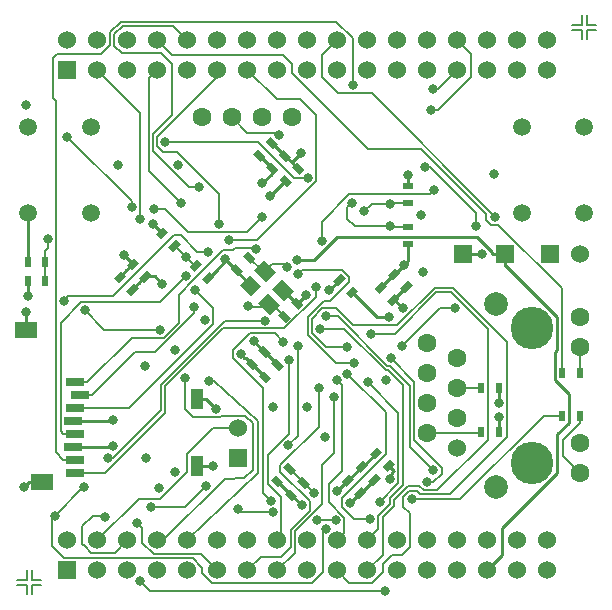
<source format=gbl>
G04 #@! TF.FileFunction,Copper,L4,Bot,Signal*
%FSLAX46Y46*%
G04 Gerber Fmt 4.6, Leading zero omitted, Abs format (unit mm)*
G04 Created by KiCad (PCBNEW 4.0.7) date 04/11/18 17:00:27*
%MOMM*%
%LPD*%
G01*
G04 APERTURE LIST*
%ADD10C,0.100000*%
%ADD11C,0.203200*%
%ADD12R,1.900000X1.400000*%
%ADD13R,1.500000X0.800000*%
%ADD14R,1.100000X1.800000*%
%ADD15C,1.524000*%
%ADD16C,1.600000*%
%ADD17C,3.600000*%
%ADD18C,2.000000*%
%ADD19C,1.500000*%
%ADD20R,1.524000X1.524000*%
%ADD21R,0.600000X0.900000*%
%ADD22R,0.900000X0.600000*%
%ADD23R,1.500000X1.500000*%
%ADD24C,0.812800*%
%ADD25C,0.254000*%
%ADD26C,0.177800*%
G04 APERTURE END LIST*
D10*
D11*
X1296800Y1296800D02*
X484000Y1296800D01*
X1296800Y1296800D02*
X1296800Y484000D01*
X1703200Y1703200D02*
X1703200Y2516000D01*
X1703200Y1703200D02*
X2516000Y1703200D01*
X1703200Y1296800D02*
X1703200Y484000D01*
X1703200Y1296800D02*
X2516000Y1296800D01*
X1296800Y1703200D02*
X484000Y1703200D01*
X1296800Y1703200D02*
X1296800Y2516000D01*
X48296800Y48296800D02*
X47484000Y48296800D01*
X48296800Y48296800D02*
X48296800Y47484000D01*
X48703200Y48703200D02*
X48703200Y49516000D01*
X48703200Y48703200D02*
X49516000Y48703200D01*
X48703200Y48296800D02*
X48703200Y47484000D01*
X48703200Y48296800D02*
X49516000Y48296800D01*
X48296800Y48703200D02*
X47484000Y48703200D01*
X48296800Y48703200D02*
X48296800Y49516000D01*
D12*
X2600000Y9950000D03*
X1200000Y22850000D03*
D13*
X5400000Y10750000D03*
X5400000Y11850000D03*
X5200000Y12950000D03*
X5400000Y14050000D03*
X5200000Y15150000D03*
X5400000Y16250000D03*
X5800000Y17350000D03*
X5400000Y18450000D03*
D14*
X15700000Y11300000D03*
X15700000Y17000000D03*
D10*
G36*
X19974264Y29510660D02*
X20610660Y28874264D01*
X20186396Y28450000D01*
X19550000Y29086396D01*
X19974264Y29510660D01*
X19974264Y29510660D01*
G37*
G36*
X18913604Y28450000D02*
X19550000Y27813604D01*
X19125736Y27389340D01*
X18489340Y28025736D01*
X18913604Y28450000D01*
X18913604Y28450000D01*
G37*
G36*
X23200736Y23489340D02*
X22564340Y24125736D01*
X22988604Y24550000D01*
X23625000Y23913604D01*
X23200736Y23489340D01*
X23200736Y23489340D01*
G37*
G36*
X24261396Y24550000D02*
X23625000Y25186396D01*
X24049264Y25610660D01*
X24685660Y24974264D01*
X24261396Y24550000D01*
X24261396Y24550000D01*
G37*
D15*
X37700000Y12900000D03*
D16*
X35160000Y14170000D03*
X37700000Y15440000D03*
X35160000Y16710000D03*
X37700000Y17980000D03*
X35160000Y19250000D03*
X37700000Y20520000D03*
X35160000Y21790000D03*
X48110000Y10720000D03*
X48110000Y13260000D03*
X48110000Y21430000D03*
X48110000Y23970000D03*
D17*
X44050000Y11630000D03*
X44050000Y23060000D03*
D18*
X41000000Y9600000D03*
X41000000Y25090000D03*
D19*
X43200000Y32750000D03*
X43200000Y40050000D03*
X48500000Y32750000D03*
X48500000Y40050000D03*
X6700000Y40050000D03*
X6700000Y32750000D03*
X1400000Y40050000D03*
X1400000Y32750000D03*
D10*
G36*
X20509014Y27896842D02*
X21353158Y28740986D01*
X22340986Y27753158D01*
X21496842Y26909014D01*
X20509014Y27896842D01*
X20509014Y27896842D01*
G37*
G36*
X22071579Y26334277D02*
X22915723Y27178421D01*
X23903551Y26190593D01*
X23059407Y25346449D01*
X22071579Y26334277D01*
X22071579Y26334277D01*
G37*
G36*
X20868224Y25130923D02*
X21712368Y25975067D01*
X22700196Y24987239D01*
X21856052Y24143095D01*
X20868224Y25130923D01*
X20868224Y25130923D01*
G37*
G36*
X19305660Y26693488D02*
X20149804Y27537632D01*
X21137632Y26549804D01*
X20293488Y25705660D01*
X19305660Y26693488D01*
X19305660Y26693488D01*
G37*
D15*
X4700000Y5040000D03*
D20*
X4700000Y2500000D03*
D15*
X7240000Y5040000D03*
X7240000Y2500000D03*
X9780000Y5040000D03*
X9780000Y2500000D03*
X12320000Y5040000D03*
X12320000Y2500000D03*
X14860000Y5040000D03*
X14860000Y2500000D03*
X17400000Y5040000D03*
X17400000Y2500000D03*
X19940000Y5040000D03*
X19940000Y2500000D03*
X22480000Y5040000D03*
X22480000Y2500000D03*
X25020000Y5040000D03*
X25020000Y2500000D03*
X27560000Y5040000D03*
X27560000Y2500000D03*
X30100000Y5040000D03*
X30100000Y2500000D03*
X32640000Y5040000D03*
X32640000Y2500000D03*
X35180000Y5040000D03*
X35180000Y2500000D03*
X37720000Y5040000D03*
X37720000Y2500000D03*
X40260000Y5040000D03*
X40260000Y2500000D03*
X42800000Y5040000D03*
X42800000Y2500000D03*
X45340000Y5040000D03*
X45340000Y2500000D03*
X4700000Y47440000D03*
D20*
X4700000Y44900000D03*
D15*
X7240000Y47440000D03*
X7240000Y44900000D03*
X9780000Y47440000D03*
X9780000Y44900000D03*
X12320000Y47440000D03*
X12320000Y44900000D03*
X14860000Y47440000D03*
X14860000Y44900000D03*
X17400000Y47440000D03*
X17400000Y44900000D03*
X19940000Y47440000D03*
X19940000Y44900000D03*
X22480000Y47440000D03*
X22480000Y44900000D03*
X25020000Y47440000D03*
X25020000Y44900000D03*
X27560000Y47440000D03*
X27560000Y44900000D03*
X30100000Y47440000D03*
X30100000Y44900000D03*
X32640000Y47440000D03*
X32640000Y44900000D03*
X35180000Y47440000D03*
X35180000Y44900000D03*
X37720000Y47440000D03*
X37720000Y44900000D03*
X40260000Y47440000D03*
X40260000Y44900000D03*
X42800000Y47440000D03*
X42800000Y44900000D03*
X45340000Y47440000D03*
X45340000Y44900000D03*
D21*
X39750000Y14200000D03*
X41250000Y14200000D03*
D10*
G36*
X24624264Y10460660D02*
X25260660Y9824264D01*
X24836396Y9400000D01*
X24200000Y10036396D01*
X24624264Y10460660D01*
X24624264Y10460660D01*
G37*
G36*
X23563604Y9400000D02*
X24200000Y8763604D01*
X23775736Y8339340D01*
X23139340Y8975736D01*
X23563604Y9400000D01*
X23563604Y9400000D01*
G37*
G36*
X23424264Y11660660D02*
X24060660Y11024264D01*
X23636396Y10600000D01*
X23000000Y11236396D01*
X23424264Y11660660D01*
X23424264Y11660660D01*
G37*
G36*
X22363604Y10600000D02*
X23000000Y9963604D01*
X22575736Y9539340D01*
X21939340Y10175736D01*
X22363604Y10600000D01*
X22363604Y10600000D01*
G37*
D21*
X39750000Y17950000D03*
X41250000Y17950000D03*
D10*
G36*
X29139340Y11174264D02*
X29775736Y11810660D01*
X30200000Y11386396D01*
X29563604Y10750000D01*
X29139340Y11174264D01*
X29139340Y11174264D01*
G37*
G36*
X30200000Y10113604D02*
X30836396Y10750000D01*
X31260660Y10325736D01*
X30624264Y9689340D01*
X30200000Y10113604D01*
X30200000Y10113604D01*
G37*
G36*
X27939340Y10024264D02*
X28575736Y10660660D01*
X29000000Y10236396D01*
X28363604Y9600000D01*
X27939340Y10024264D01*
X27939340Y10024264D01*
G37*
G36*
X29000000Y8963604D02*
X29636396Y9600000D01*
X30060660Y9175736D01*
X29424264Y8539340D01*
X29000000Y8963604D01*
X29000000Y8963604D01*
G37*
G36*
X31839340Y27474264D02*
X32475736Y28110660D01*
X32900000Y27686396D01*
X32263604Y27050000D01*
X31839340Y27474264D01*
X31839340Y27474264D01*
G37*
G36*
X32900000Y26413604D02*
X33536396Y27050000D01*
X33960660Y26625736D01*
X33324264Y25989340D01*
X32900000Y26413604D01*
X32900000Y26413604D01*
G37*
G36*
X22150736Y36014340D02*
X21514340Y36650736D01*
X21938604Y37075000D01*
X22575000Y36438604D01*
X22150736Y36014340D01*
X22150736Y36014340D01*
G37*
G36*
X23211396Y37075000D02*
X22575000Y37711396D01*
X22999264Y38135660D01*
X23635660Y37499264D01*
X23211396Y37075000D01*
X23211396Y37075000D01*
G37*
G36*
X11860660Y27500736D02*
X11224264Y26864340D01*
X10800000Y27288604D01*
X11436396Y27925000D01*
X11860660Y27500736D01*
X11860660Y27500736D01*
G37*
G36*
X10800000Y28561396D02*
X10163604Y27925000D01*
X9739340Y28349264D01*
X10375736Y28985660D01*
X10800000Y28561396D01*
X10800000Y28561396D01*
G37*
G36*
X20475736Y19439340D02*
X19839340Y20075736D01*
X20263604Y20500000D01*
X20900000Y19863604D01*
X20475736Y19439340D01*
X20475736Y19439340D01*
G37*
G36*
X21536396Y20500000D02*
X20900000Y21136396D01*
X21324264Y21560660D01*
X21960660Y20924264D01*
X21536396Y20500000D01*
X21536396Y20500000D01*
G37*
G36*
X30739340Y26349264D02*
X31375736Y26985660D01*
X31800000Y26561396D01*
X31163604Y25925000D01*
X30739340Y26349264D01*
X30739340Y26349264D01*
G37*
G36*
X31800000Y25288604D02*
X32436396Y25925000D01*
X32860660Y25500736D01*
X32224264Y24864340D01*
X31800000Y25288604D01*
X31800000Y25288604D01*
G37*
G36*
X21050736Y37114340D02*
X20414340Y37750736D01*
X20838604Y38175000D01*
X21475000Y37538604D01*
X21050736Y37114340D01*
X21050736Y37114340D01*
G37*
G36*
X22111396Y38175000D02*
X21475000Y38811396D01*
X21899264Y39235660D01*
X22535660Y38599264D01*
X22111396Y38175000D01*
X22111396Y38175000D01*
G37*
G36*
X10760660Y26400736D02*
X10124264Y25764340D01*
X9700000Y26188604D01*
X10336396Y26825000D01*
X10760660Y26400736D01*
X10760660Y26400736D01*
G37*
G36*
X9700000Y27461396D02*
X9063604Y26825000D01*
X8639340Y27249264D01*
X9275736Y27885660D01*
X9700000Y27461396D01*
X9700000Y27461396D01*
G37*
G36*
X21575736Y18339340D02*
X20939340Y18975736D01*
X21363604Y19400000D01*
X22000000Y18763604D01*
X21575736Y18339340D01*
X21575736Y18339340D01*
G37*
G36*
X22636396Y19400000D02*
X22000000Y20036396D01*
X22424264Y20460660D01*
X23060660Y19824264D01*
X22636396Y19400000D01*
X22636396Y19400000D01*
G37*
G36*
X29360660Y26175736D02*
X28724264Y25539340D01*
X28300000Y25963604D01*
X28936396Y26600000D01*
X29360660Y26175736D01*
X29360660Y26175736D01*
G37*
G36*
X28300000Y27236396D02*
X27663604Y26600000D01*
X27239340Y27024264D01*
X27875736Y27660660D01*
X28300000Y27236396D01*
X28300000Y27236396D01*
G37*
G36*
X23300736Y34939340D02*
X22664340Y35575736D01*
X23088604Y36000000D01*
X23725000Y35363604D01*
X23300736Y34939340D01*
X23300736Y34939340D01*
G37*
G36*
X24361396Y36000000D02*
X23725000Y36636396D01*
X24149264Y37060660D01*
X24785660Y36424264D01*
X24361396Y36000000D01*
X24361396Y36000000D01*
G37*
G36*
X32460660Y11475736D02*
X31824264Y10839340D01*
X31400000Y11263604D01*
X32036396Y11900000D01*
X32460660Y11475736D01*
X32460660Y11475736D01*
G37*
G36*
X31400000Y12536396D02*
X30763604Y11900000D01*
X30339340Y12324264D01*
X30975736Y12960660D01*
X31400000Y12536396D01*
X31400000Y12536396D01*
G37*
D15*
X19200000Y14540000D03*
D20*
X19200000Y12000000D03*
D15*
X48140000Y29300000D03*
D20*
X45600000Y29300000D03*
D21*
X46600000Y15600000D03*
X48100000Y15600000D03*
X46600000Y19200000D03*
X48100000Y19200000D03*
D16*
X23700000Y40850000D03*
X21160000Y40850000D03*
X18620000Y40850000D03*
X16080000Y40850000D03*
D21*
X2850000Y28600000D03*
X1350000Y28600000D03*
D22*
X33575000Y31600000D03*
X33575000Y30100000D03*
X33525000Y33575000D03*
X33525000Y35075000D03*
D21*
X1350000Y27000000D03*
X2850000Y27000000D03*
D23*
X38250000Y29300000D03*
X41750000Y29300000D03*
D10*
G36*
X12214340Y30949264D02*
X12850736Y31585660D01*
X13275000Y31161396D01*
X12638604Y30525000D01*
X12214340Y30949264D01*
X12214340Y30949264D01*
G37*
G36*
X13275000Y29888604D02*
X13911396Y30525000D01*
X14335660Y30100736D01*
X13699264Y29464340D01*
X13275000Y29888604D01*
X13275000Y29888604D01*
G37*
G36*
X15089340Y28224264D02*
X15725736Y28860660D01*
X16150000Y28436396D01*
X15513604Y27800000D01*
X15089340Y28224264D01*
X15089340Y28224264D01*
G37*
G36*
X16150000Y27163604D02*
X16786396Y27800000D01*
X17210660Y27375736D01*
X16574264Y26739340D01*
X16150000Y27163604D01*
X16150000Y27163604D01*
G37*
D24*
X34625000Y32600000D03*
X34800000Y27800000D03*
X20500000Y21900000D03*
X16400000Y23700000D03*
X8600000Y13000000D03*
X18100000Y28850000D03*
X24950000Y25850000D03*
X26900000Y26250000D03*
X41250000Y16700000D03*
X41250000Y15450000D03*
X28650000Y8200000D03*
X24550000Y8000000D03*
X31700000Y18600000D03*
X17300000Y16150000D03*
X17050000Y11300000D03*
X1250000Y24350000D03*
X11350000Y12025000D03*
X14125000Y36800000D03*
X24475000Y37825000D03*
X33100000Y24700000D03*
X9525000Y29200000D03*
X11250000Y19850000D03*
X26500000Y13800000D03*
X22155700Y16328700D03*
X1044700Y9554000D03*
X23300000Y28150000D03*
X20050000Y24900000D03*
X26243200Y30427900D03*
X35800000Y34700000D03*
X35016800Y36670500D03*
X39302600Y31685200D03*
X25099800Y35718000D03*
X13013000Y38782900D03*
X12012200Y33090700D03*
X21230000Y32415400D03*
X25743100Y26483400D03*
X28891000Y43582700D03*
X14800900Y27428200D03*
X15561500Y26247100D03*
X15452600Y24770100D03*
X20685900Y29756100D03*
X22645800Y39361900D03*
X7900000Y7050000D03*
X14675800Y18793400D03*
X16673300Y18554000D03*
X10582200Y6536500D03*
X8171800Y12008500D03*
X21434200Y23657900D03*
X23462300Y20319100D03*
X25986000Y17911200D03*
X4410400Y25347700D03*
X16645300Y29495900D03*
X27268400Y17175100D03*
X27521600Y18648800D03*
X30382800Y6872000D03*
X28405300Y19170900D03*
X26094800Y22967400D03*
X28389300Y21456800D03*
X30426200Y22526400D03*
X35710500Y10961100D03*
X26594400Y24018600D03*
X4717700Y39199800D03*
X10170700Y33304600D03*
X10872200Y32213700D03*
X12590900Y22882100D03*
X6186800Y24509600D03*
X14369700Y33571300D03*
X15834600Y34940200D03*
X17531200Y31800600D03*
X18402200Y30440000D03*
X40925000Y32459400D03*
X37561500Y24724600D03*
X33079100Y21535900D03*
X29850000Y32900000D03*
X32075000Y33525000D03*
X32075000Y31650000D03*
X28820800Y33627700D03*
X35503300Y41467300D03*
X35696000Y43257800D03*
X29014900Y20034700D03*
X24212100Y27634600D03*
X16497600Y9677400D03*
X11802100Y7857200D03*
X10846000Y1624600D03*
X31611000Y787900D03*
X35164100Y9987200D03*
X32086400Y20502500D03*
X23436000Y13080100D03*
X24269700Y21485800D03*
X21987500Y8414200D03*
X22983900Y21863800D03*
X24148500Y28748000D03*
X31950000Y23950000D03*
X21900000Y34200000D03*
X25600000Y9050000D03*
X27550000Y9200000D03*
X19400000Y20800000D03*
X13800000Y21200000D03*
X8600000Y15200000D03*
X11950000Y31850000D03*
X13800000Y10850000D03*
X12500000Y9500000D03*
X1350000Y25700000D03*
X9025000Y36825000D03*
X21225000Y35275000D03*
X40875000Y36025000D03*
X39825000Y29275000D03*
X33250000Y28400000D03*
X12750000Y26750000D03*
X33525000Y35987400D03*
X1250000Y41929700D03*
X32060300Y10232000D03*
X24989800Y16370800D03*
X19200000Y7676600D03*
X22118400Y7413500D03*
X25881100Y6739300D03*
X27452200Y6739300D03*
X33886200Y8509000D03*
X3650000Y7150000D03*
X6149900Y9563600D03*
X26593200Y6034500D03*
X3100000Y30600000D03*
X31174400Y8334200D03*
X30149100Y18477200D03*
X14725000Y29025000D03*
D25*
X8550000Y12950000D02*
X8600000Y13000000D01*
X5200000Y12950000D02*
X8550000Y12950000D01*
X19019700Y27930000D02*
X18100000Y28850000D01*
X19019700Y27919700D02*
X19019700Y27930000D01*
X41250000Y17950000D02*
X41250000Y16700000D01*
X41250000Y14200000D02*
X41250000Y15450000D01*
X16450000Y17000000D02*
X17300000Y16150000D01*
X15700000Y17000000D02*
X16450000Y17000000D01*
X15700000Y11300000D02*
X17050000Y11300000D01*
X1200000Y24300000D02*
X1200000Y22850000D01*
X1250000Y24350000D02*
X1200000Y24300000D01*
X1350000Y32700000D02*
X1400000Y32750000D01*
X1350000Y28600000D02*
X1350000Y32700000D01*
X23717800Y37068000D02*
X24475000Y37825000D01*
X24475000Y37825000D02*
X24475000Y37800000D01*
X32405300Y25395000D02*
X32330300Y25395000D01*
X33100000Y24700000D02*
X32405300Y25395000D01*
X11250000Y19850000D02*
X11275000Y19850000D01*
X32330300Y25130000D02*
X32330300Y25394700D01*
X32330300Y25394700D02*
X32330300Y25395000D01*
X20221600Y26703000D02*
X20221600Y26622000D01*
X19019700Y27905000D02*
X20221600Y26703000D01*
X19019700Y27919700D02*
X19019700Y27905000D01*
X20221600Y26622000D02*
X20221600Y26621600D01*
X22987600Y26262000D02*
X22987600Y26262400D01*
X17288700Y27878100D02*
X16680300Y27270000D01*
X17288700Y27878100D02*
X16680300Y27269700D01*
X18100000Y28689000D02*
X17288700Y27878100D01*
X18100000Y28850000D02*
X18100000Y28689000D01*
X27769700Y27120000D02*
X26900000Y26250000D01*
X27769700Y27130000D02*
X27769700Y27120000D01*
X27769700Y27130000D02*
X27769700Y27130300D01*
X22530300Y19930000D02*
X21980300Y20480000D01*
X21980600Y20480000D02*
X22530300Y19930300D01*
X21980300Y20480000D02*
X21980600Y20480000D01*
X9719700Y27905000D02*
X9169700Y27355000D01*
X9719400Y27905000D02*
X9169700Y27355300D01*
X9719700Y27905000D02*
X9719400Y27905000D01*
X22005300Y38705000D02*
X22005300Y38705300D01*
X21369700Y21030000D02*
X20500000Y21900000D01*
X21430300Y21030000D02*
X21369700Y21030000D01*
X21980300Y20480000D02*
X21430300Y21030000D01*
X21430300Y21030000D02*
X21430300Y21030300D01*
X22005300Y38705000D02*
X22555300Y38155000D01*
X23180300Y37605000D02*
X23717800Y37068000D01*
X23105300Y37605000D02*
X23180300Y37605000D01*
X22555300Y38155000D02*
X23105300Y37605000D01*
X22555600Y38155000D02*
X23105300Y37605300D01*
X22555300Y38155000D02*
X22555600Y38155000D01*
X32330300Y25420000D02*
X32880300Y25970000D01*
X32330300Y25395000D02*
X32330300Y25420000D01*
X32880300Y25970000D02*
X33430300Y26520000D01*
X32880600Y25970000D02*
X33430300Y26519700D01*
X32880300Y25970000D02*
X32880600Y25970000D01*
X29519700Y9070000D02*
X29530600Y9070000D01*
X28650000Y8200000D02*
X29519700Y9070000D01*
X29530600Y9070000D02*
X29530300Y9069700D01*
X29580300Y9070000D02*
X30155300Y9645000D01*
X29530600Y9070000D02*
X29580300Y9070000D01*
X30155300Y9645000D02*
X30730300Y10220000D01*
X30155600Y9645000D02*
X30730300Y10219700D01*
X30155300Y9645000D02*
X30155600Y9645000D01*
X22469700Y10070000D02*
X23069700Y9470000D01*
X23069400Y9470000D02*
X22469700Y10069700D01*
X23069700Y9470000D02*
X23069400Y9470000D01*
X23069700Y9470000D02*
X23669700Y8870000D01*
X23680300Y8870000D02*
X24550000Y8000000D01*
X23669700Y8870000D02*
X23680300Y8870000D01*
X23669700Y8870000D02*
X23669700Y8869700D01*
X22987600Y26237000D02*
X22987600Y26262000D01*
X24144700Y25080000D02*
X22987600Y26237000D01*
X24155600Y25080000D02*
X24144700Y25080000D01*
X24180300Y25080000D02*
X24155600Y25080000D01*
X24950000Y25850000D02*
X24180300Y25080000D01*
X24155600Y25080000D02*
X24155300Y25080300D01*
X1344900Y9854200D02*
X1344900Y9950000D01*
X1044700Y9554000D02*
X1344900Y9854200D01*
X2600000Y9950000D02*
X1344900Y9950000D01*
X23717800Y37068000D02*
X24255300Y36530000D01*
X10269700Y28455000D02*
X9719700Y27905000D01*
X9525000Y29200000D02*
X10269700Y28455000D01*
D26*
X22025000Y28425000D02*
X21425000Y27825000D01*
X23025000Y28425000D02*
X22025000Y28425000D01*
X23300000Y28150000D02*
X23025000Y28425000D01*
X21250000Y27825000D02*
X21425000Y27825000D01*
X20094700Y28980000D02*
X21250000Y27825000D01*
X20080300Y28980000D02*
X20094700Y28980000D01*
X20080300Y28980300D02*
X20080300Y28980000D01*
X20125000Y24825000D02*
X20050000Y24900000D01*
X21550100Y24825000D02*
X20125000Y24825000D01*
X21784200Y25059000D02*
X21550100Y24825000D01*
X21784300Y25059000D02*
X21784200Y25059000D01*
X22040900Y25059000D02*
X21784300Y25059000D01*
X23080300Y24020000D02*
X22040900Y25059000D01*
X23094700Y24020000D02*
X23080300Y24020000D01*
X21784300Y25059000D02*
X21784200Y25059100D01*
X23094700Y24019700D02*
X23094700Y24020000D01*
X34186200Y34359000D02*
X28592400Y34359000D01*
X28592400Y34359000D02*
X26243200Y32009800D01*
X26243200Y32009800D02*
X26243200Y30427900D01*
X35459000Y34359000D02*
X34186200Y34359000D01*
X35800000Y34700000D02*
X35459000Y34359000D01*
X39302600Y31685200D02*
X39302600Y32797400D01*
X35429500Y36670500D02*
X35016800Y36670500D01*
X39302600Y32797400D02*
X35429500Y36670500D01*
X39056600Y31685200D02*
X39302600Y31685200D01*
X20867100Y38782900D02*
X13013000Y38782900D01*
X23932000Y35718000D02*
X20867100Y38782900D01*
X25099800Y35718000D02*
X23932000Y35718000D01*
X12964700Y33090700D02*
X12012200Y33090700D01*
X14928200Y31127200D02*
X12964700Y33090700D01*
X19941800Y31127200D02*
X14928200Y31127200D01*
X21230000Y32415400D02*
X19941800Y31127200D01*
X7883400Y10750000D02*
X5400000Y10750000D01*
X12998600Y15865200D02*
X7883400Y10750000D01*
X12998600Y18076300D02*
X12998600Y15865200D01*
X17906800Y22984500D02*
X12998600Y18076300D01*
X23087100Y22984500D02*
X17906800Y22984500D01*
X25743100Y25640500D02*
X23087100Y22984500D01*
X25743100Y26483400D02*
X25743100Y25640500D01*
X5400000Y11850000D02*
X4383000Y11850000D01*
X3737000Y12496000D02*
X4383000Y11850000D01*
X3737000Y25626600D02*
X3737000Y12496000D01*
X3773600Y25663200D02*
X3737000Y25626600D01*
X3773600Y42215700D02*
X3773600Y25663200D01*
X3527000Y42462300D02*
X3773600Y42215700D01*
X3527000Y45913000D02*
X3527000Y42462300D01*
X3847000Y46233000D02*
X3527000Y45913000D01*
X7579700Y46233000D02*
X3847000Y46233000D01*
X8319100Y46972400D02*
X7579700Y46233000D01*
X8319100Y48064400D02*
X8319100Y46972400D01*
X9222500Y48967800D02*
X8319100Y48064400D01*
X27503900Y48967800D02*
X9222500Y48967800D01*
X28891000Y47580700D02*
X27503900Y48967800D01*
X28891000Y43582700D02*
X28891000Y47580700D01*
X12564600Y25191900D02*
X14800900Y27428200D01*
X5863600Y25191900D02*
X12564600Y25191900D01*
X4138000Y23466300D02*
X5863600Y25191900D01*
X4138000Y14295000D02*
X4138000Y23466300D01*
X4383000Y14050000D02*
X4138000Y14295000D01*
X5400000Y14050000D02*
X4383000Y14050000D01*
X17073500Y24735100D02*
X15561500Y26247100D01*
X17073500Y23382700D02*
X17073500Y24735100D01*
X9940800Y16250000D02*
X17073500Y23382700D01*
X5400000Y16250000D02*
X9940800Y16250000D01*
X6817000Y17350000D02*
X10437500Y20970500D01*
X10437500Y20970500D02*
X12156400Y20970500D01*
X12156400Y20970500D02*
X15452600Y24266700D01*
X15452600Y24266700D02*
X15452600Y24770100D01*
X6817000Y17350000D02*
X5800000Y17350000D01*
X5400000Y18450000D02*
X6417000Y18450000D01*
X20663200Y29778800D02*
X20685900Y29756100D01*
X18898000Y29778800D02*
X20663200Y29778800D01*
X18720900Y29601700D02*
X18898000Y29778800D01*
X17878400Y29601700D02*
X18720900Y29601700D01*
X15474300Y27197600D02*
X17878400Y29601700D01*
X15474300Y27149200D02*
X15474300Y27197600D01*
X14152100Y25827000D02*
X15474300Y27149200D01*
X14152100Y23469700D02*
X14152100Y25827000D01*
X12891000Y22208600D02*
X14152100Y23469700D01*
X10175600Y22208600D02*
X12891000Y22208600D01*
X6417000Y18450000D02*
X10175600Y22208600D01*
X22497200Y39510500D02*
X22645800Y39361900D01*
X19959500Y39510500D02*
X22497200Y39510500D01*
X18620000Y40850000D02*
X19959500Y39510500D01*
X10750000Y8550000D02*
X7240000Y5040000D01*
X12539500Y8550000D02*
X10750000Y8550000D01*
X14829200Y10839700D02*
X12539500Y8550000D01*
X14829200Y12327900D02*
X14829200Y10839700D01*
X17041300Y14540000D02*
X14829200Y12327900D01*
X19200000Y14540000D02*
X17041300Y14540000D01*
X6751500Y4009100D02*
X6208400Y4552200D01*
X8749100Y4009100D02*
X6751500Y4009100D01*
X8749100Y4009100D02*
X9780000Y5040000D01*
X6000000Y4760600D02*
X6208400Y4552200D01*
X6000000Y6250000D02*
X6000000Y4760600D01*
X6850000Y7100000D02*
X6000000Y6250000D01*
X7850000Y7100000D02*
X6850000Y7100000D01*
X7900000Y7050000D02*
X7850000Y7100000D01*
X14675800Y16196600D02*
X14675800Y18793400D01*
X15395900Y15476500D02*
X14675800Y16196600D01*
X17617300Y15476500D02*
X15395900Y15476500D01*
X17716100Y15575300D02*
X17617300Y15476500D01*
X19795800Y15575300D02*
X17716100Y15575300D01*
X20450000Y14950000D02*
X19795800Y15575300D01*
X20450000Y11000000D02*
X20450000Y14950000D01*
X19650000Y10300000D02*
X20450000Y11000000D01*
X18040100Y10267500D02*
X19650000Y10300000D01*
X12812600Y5040000D02*
X18040100Y10267500D01*
X12320000Y5040000D02*
X12812600Y5040000D01*
X20854500Y10784500D02*
X14860000Y5040000D01*
X20854500Y15119900D02*
X20854500Y10784500D01*
X17170400Y18554000D02*
X20854500Y15119900D01*
X16673300Y18554000D02*
X17170400Y18554000D01*
X11050000Y6068700D02*
X10582200Y6536500D01*
X11050000Y4852100D02*
X11050000Y6068700D01*
X12017000Y3885100D02*
X11050000Y4852100D01*
X16014900Y3885100D02*
X12017000Y3885100D01*
X17400000Y2500000D02*
X16014900Y3885100D01*
X8565900Y12008500D02*
X8171800Y12008500D01*
X12642700Y16085300D02*
X8565900Y12008500D01*
X12642700Y18234000D02*
X12642700Y16085300D01*
X18066600Y23657900D02*
X12642700Y18234000D01*
X21434200Y23657900D02*
X18066600Y23657900D01*
X23462300Y14058700D02*
X23462300Y20319100D01*
X21667900Y12264300D02*
X23462300Y14058700D01*
X21667900Y9859000D02*
X21667900Y12264300D01*
X22791800Y8735100D02*
X21667900Y9859000D01*
X22791800Y5351800D02*
X22791800Y8735100D01*
X22480000Y5040000D02*
X22791800Y5351800D01*
X25986000Y14675700D02*
X25986000Y17911200D01*
X22731800Y11421500D02*
X25986000Y14675700D01*
X22731800Y10868200D02*
X22731800Y11421500D01*
X25224500Y8375500D02*
X22731800Y10868200D01*
X25224500Y7538300D02*
X25224500Y8375500D01*
X23623200Y5937000D02*
X25224500Y7538300D01*
X23623200Y4471500D02*
X23623200Y5937000D01*
X22789300Y3637600D02*
X23623200Y4471500D01*
X21077600Y3637600D02*
X22789300Y3637600D01*
X19940000Y2500000D02*
X21077600Y3637600D01*
X4766300Y25703600D02*
X4410400Y25347700D01*
X8552100Y25703600D02*
X4766300Y25703600D01*
X13708800Y30860300D02*
X8552100Y25703600D01*
X14305000Y30860300D02*
X13708800Y30860300D01*
X15669400Y29495900D02*
X14305000Y30860300D01*
X16645300Y29495900D02*
X15669400Y29495900D01*
X27268400Y12407700D02*
X27268400Y17175100D01*
X26295000Y11434300D02*
X27268400Y12407700D01*
X26295000Y8105500D02*
X26295000Y11434300D01*
X23991000Y5801500D02*
X26295000Y8105500D01*
X23991000Y4011000D02*
X23991000Y5801500D01*
X22480000Y2500000D02*
X23991000Y4011000D01*
X27978400Y18192000D02*
X27521600Y18648800D01*
X27978400Y10952600D02*
X27978400Y18192000D01*
X26876500Y9850700D02*
X27978400Y10952600D01*
X26876500Y8267400D02*
X26876500Y9850700D01*
X28166500Y6977400D02*
X26876500Y8267400D01*
X28166500Y5646500D02*
X28166500Y6977400D01*
X27560000Y5040000D02*
X28166500Y5646500D01*
X28973900Y6872000D02*
X30382800Y6872000D01*
X27969400Y7876500D02*
X28973900Y6872000D01*
X27969400Y8619200D02*
X27969400Y7876500D01*
X31676600Y12326400D02*
X27969400Y8619200D01*
X31676600Y15899600D02*
X31676600Y12326400D01*
X28405300Y19170900D02*
X31676600Y15899600D01*
X31056200Y5996200D02*
X30100000Y5040000D01*
X31056200Y7134600D02*
X31056200Y5996200D01*
X32040000Y8118400D02*
X31056200Y7134600D01*
X32040000Y8621700D02*
X32040000Y8118400D01*
X33113900Y9695600D02*
X32040000Y8621700D01*
X33113900Y18184300D02*
X33113900Y9695600D01*
X31825000Y19473200D02*
X33113900Y18184300D01*
X31660100Y19473200D02*
X31825000Y19473200D01*
X28165900Y22967400D02*
X31660100Y19473200D01*
X26094800Y22967400D02*
X28165900Y22967400D01*
X26582800Y21456800D02*
X28389300Y21456800D01*
X25421300Y22618300D02*
X26582800Y21456800D01*
X25421300Y23820100D02*
X25421300Y22618300D01*
X26305400Y24704200D02*
X25421300Y23820100D01*
X27466300Y24704200D02*
X26305400Y24704200D01*
X28900700Y23269800D02*
X27466300Y24704200D01*
X32663400Y23269800D02*
X28900700Y23269800D01*
X35823000Y26429400D02*
X32663400Y23269800D01*
X37398400Y26429400D02*
X35823000Y26429400D01*
X41980700Y21847100D02*
X37398400Y26429400D01*
X41980700Y13784000D02*
X41980700Y21847100D01*
X37154500Y8957800D02*
X41980700Y13784000D01*
X34559700Y8957800D02*
X37154500Y8957800D01*
X34292600Y9224900D02*
X34559700Y8957800D01*
X33649800Y9224900D02*
X34292600Y9224900D01*
X33171200Y8746300D02*
X33649800Y9224900D01*
X33171200Y7907500D02*
X33171200Y8746300D01*
X33710500Y7368200D02*
X33171200Y7907500D01*
X33710500Y4459400D02*
X33710500Y7368200D01*
X33062000Y3810900D02*
X33710500Y4459400D01*
X32222900Y3810900D02*
X33062000Y3810900D01*
X31440000Y3028000D02*
X32222900Y3810900D01*
X31440000Y2380800D02*
X31440000Y3028000D01*
X30520600Y1461400D02*
X31440000Y2380800D01*
X28598600Y1461400D02*
X30520600Y1461400D01*
X27560000Y2500000D02*
X28598600Y1461400D01*
X31412100Y3812100D02*
X30100000Y2500000D01*
X31412100Y6987200D02*
X31412100Y3812100D01*
X32395900Y7971000D02*
X31412100Y6987200D01*
X32395900Y8474300D02*
X32395900Y7971000D01*
X33591300Y9669700D02*
X32395900Y8474300D01*
X34529200Y9669700D02*
X33591300Y9669700D01*
X34885100Y9313800D02*
X34529200Y9669700D01*
X36049500Y9313800D02*
X34885100Y9313800D01*
X40317100Y13581400D02*
X36049500Y9313800D01*
X40317100Y22927900D02*
X40317100Y13581400D01*
X37173500Y26071500D02*
X40317100Y22927900D01*
X35968600Y26071500D02*
X37173500Y26071500D01*
X32423500Y22526400D02*
X35968600Y26071500D01*
X30426200Y22526400D02*
X32423500Y22526400D01*
X33737100Y12934500D02*
X35710500Y10961100D01*
X33737000Y12934500D02*
X33737100Y12934500D01*
X33737000Y18133300D02*
X33737000Y12934500D01*
X32041200Y19829100D02*
X33737000Y18133300D01*
X31807500Y19829100D02*
X32041200Y19829100D01*
X27618000Y24018600D02*
X31807500Y19829100D01*
X26594400Y24018600D02*
X27618000Y24018600D01*
X10170700Y33746800D02*
X10170700Y33304600D01*
X4717700Y39199800D02*
X10170700Y33746800D01*
X10872100Y32213700D02*
X10872200Y32213700D01*
X10872100Y41267900D02*
X10872100Y32213700D01*
X7240000Y44900000D02*
X10872100Y41267900D01*
X13590000Y46170000D02*
X12320000Y47440000D01*
X22966700Y46170000D02*
X13590000Y46170000D01*
X23759100Y45377600D02*
X22966700Y46170000D01*
X23759100Y44634400D02*
X23759100Y45377600D01*
X30200000Y38193500D02*
X23759100Y44634400D01*
X34664400Y38193500D02*
X30200000Y38193500D01*
X40178100Y32679800D02*
X34664400Y38193500D01*
X40178100Y32180500D02*
X40178100Y32679800D01*
X40572600Y31786000D02*
X40178100Y32180500D01*
X41209500Y31786000D02*
X40572600Y31786000D01*
X46600000Y26395500D02*
X41209500Y31786000D01*
X46600000Y19200000D02*
X46600000Y26395500D01*
X7814300Y22882100D02*
X12590900Y22882100D01*
X6186800Y24509600D02*
X7814300Y22882100D01*
X11599800Y36341200D02*
X14369700Y33571300D01*
X11599800Y44179800D02*
X11599800Y36341200D01*
X12320000Y44900000D02*
X11599800Y44179800D01*
X15015600Y34940200D02*
X15834600Y34940200D01*
X11955700Y38000100D02*
X15015600Y34940200D01*
X11955700Y39422400D02*
X11955700Y38000100D01*
X13568600Y41035300D02*
X11955700Y39422400D01*
X13568600Y45415300D02*
X13568600Y41035300D01*
X12687900Y46296000D02*
X13568600Y45415300D01*
X9322900Y46296000D02*
X12687900Y46296000D01*
X8701000Y46917900D02*
X9322900Y46296000D01*
X8701000Y47905200D02*
X8701000Y46917900D01*
X9403400Y48607600D02*
X8701000Y47905200D01*
X13692400Y48607600D02*
X9403400Y48607600D01*
X14860000Y47440000D02*
X13692400Y48607600D01*
X17531200Y34409100D02*
X17531200Y31800600D01*
X13992900Y37947400D02*
X17531200Y34409100D01*
X12829700Y37947400D02*
X13992900Y37947400D01*
X12311600Y38465500D02*
X12829700Y37947400D01*
X12311600Y39203900D02*
X12311600Y38465500D01*
X17400000Y44292300D02*
X12311600Y39203900D01*
X17400000Y44900000D02*
X17400000Y44292300D01*
X22454400Y42385600D02*
X19940000Y44900000D01*
X24434600Y42385600D02*
X22454400Y42385600D01*
X25801800Y41018400D02*
X24434600Y42385600D01*
X25801800Y35436500D02*
X25801800Y41018400D01*
X20805300Y30440000D02*
X25801800Y35436500D01*
X18402200Y30440000D02*
X20805300Y30440000D01*
X30475100Y42909300D02*
X40925000Y32459400D01*
X27636800Y42909300D02*
X30475100Y42909300D01*
X26282200Y44263900D02*
X27636800Y42909300D01*
X26282200Y46162200D02*
X26282200Y44263900D01*
X27560000Y47440000D02*
X26282200Y46162200D01*
X36267800Y24724600D02*
X37561500Y24724600D01*
X33079100Y21535900D02*
X36267800Y24724600D01*
X32075000Y33525000D02*
X30475000Y33525000D01*
X30475000Y33525000D02*
X29850000Y32900000D01*
X32125000Y33575000D02*
X33525000Y33575000D01*
X32075000Y33525000D02*
X32125000Y33575000D01*
X32125000Y31600000D02*
X33575000Y31600000D01*
X32075000Y31650000D02*
X32125000Y31600000D01*
X28431700Y33238600D02*
X28820800Y33627700D01*
X28431700Y32270300D02*
X28431700Y33238600D01*
X29052000Y31650000D02*
X28431700Y32270300D01*
X32075000Y31650000D02*
X29052000Y31650000D01*
X36098500Y41467300D02*
X35503300Y41467300D01*
X38906300Y44275100D02*
X36098500Y41467300D01*
X38906300Y46253700D02*
X38906300Y44275100D01*
X37720000Y47440000D02*
X38906300Y46253700D01*
X36077800Y43257800D02*
X35696000Y43257800D01*
X37720000Y44900000D02*
X36077800Y43257800D01*
X27501600Y20034700D02*
X29014900Y20034700D01*
X25065400Y22470900D02*
X27501600Y20034700D01*
X25065400Y23967500D02*
X25065400Y22470900D01*
X26436000Y25338100D02*
X25065400Y23967500D01*
X26978900Y25338100D02*
X26436000Y25338100D01*
X28587700Y26946900D02*
X26978900Y25338100D01*
X28587700Y27326500D02*
X28587700Y26946900D01*
X27937500Y27976700D02*
X28587700Y27326500D01*
X24554200Y27976700D02*
X27937500Y27976700D01*
X24212100Y27634600D02*
X24554200Y27976700D01*
X11682700Y787900D02*
X31611000Y787900D01*
X10846000Y1624600D02*
X11682700Y787900D01*
X14677400Y7857200D02*
X11802100Y7857200D01*
X16497600Y9677400D02*
X14677400Y7857200D01*
X34093000Y18495900D02*
X32086400Y20502500D01*
X34093000Y13531300D02*
X34093000Y18495900D01*
X36412500Y11211800D02*
X34093000Y13531300D01*
X36412500Y10696700D02*
X36412500Y11211800D01*
X35703000Y9987200D02*
X36412500Y10696700D01*
X35164100Y9987200D02*
X35703000Y9987200D01*
X24269700Y13913800D02*
X24269700Y21485800D01*
X23436000Y13080100D02*
X24269700Y13913800D01*
X22270800Y22576900D02*
X22983900Y21863800D01*
X20148200Y22576900D02*
X22270800Y22576900D01*
X18723300Y21152000D02*
X20148200Y22576900D01*
X18723300Y20486000D02*
X18723300Y21152000D01*
X21305300Y17904000D02*
X18723300Y20486000D01*
X21305300Y9096400D02*
X21305300Y17904000D01*
X21987500Y8414200D02*
X21305300Y9096400D01*
X46650000Y12180000D02*
X48110000Y10720000D01*
X46650000Y13550000D02*
X46650000Y12180000D01*
X48100000Y15000000D02*
X46650000Y13550000D01*
X48100000Y15600000D02*
X48100000Y15000000D01*
X48100000Y21420000D02*
X48110000Y21430000D01*
X48100000Y19200000D02*
X48100000Y21420000D01*
D25*
X41530000Y3770000D02*
X40260000Y2500000D01*
X41530000Y6085600D02*
X41530000Y3770000D01*
X46205700Y10761300D02*
X41530000Y6085600D01*
X46205700Y14017200D02*
X46205700Y10761300D01*
X47205200Y15016700D02*
X46205700Y14017200D01*
X47205200Y17400000D02*
X47205200Y15016700D01*
X45994800Y18610400D02*
X47205200Y17400000D01*
X45994800Y20954800D02*
X45994800Y18610400D01*
X46205900Y21165900D02*
X45994800Y20954800D01*
X46205900Y23920900D02*
X46205900Y21165900D01*
X41881900Y28244900D02*
X46205900Y23920900D01*
X41750000Y28244900D02*
X41881900Y28244900D01*
X41750000Y28772500D02*
X41750000Y28244900D01*
X41750000Y28772500D02*
X41750000Y29300000D01*
X41750000Y29300000D02*
X40694900Y29300000D01*
X25597000Y28748000D02*
X24148500Y28748000D01*
X27578300Y30729300D02*
X25597000Y28748000D01*
X39397500Y30729300D02*
X27578300Y30729300D01*
X40694900Y29431900D02*
X39397500Y30729300D01*
X40694900Y29300000D02*
X40694900Y29431900D01*
X28830300Y26069700D02*
X28830400Y26069800D01*
X30925000Y23975000D02*
X28830400Y26069800D01*
X31925000Y23975000D02*
X30925000Y23975000D01*
X31950000Y23950000D02*
X31925000Y23975000D01*
X28830400Y26069800D02*
X28830300Y26070000D01*
X23169700Y35470000D02*
X23194700Y35470000D01*
X21900000Y34200000D02*
X23169700Y35470000D01*
X23194700Y35469700D02*
X23194700Y35470000D01*
D26*
X39720000Y14170000D02*
X39750000Y14200000D01*
X35160000Y14170000D02*
X39720000Y14170000D01*
X39720000Y14170000D02*
X39750000Y14200000D01*
X23530300Y11130000D02*
X24130300Y10530000D01*
X24730300Y9920000D02*
X25600000Y9050000D01*
X24730300Y9930000D02*
X24730300Y9920000D01*
X24130300Y10530000D02*
X24730300Y9930000D01*
X24130600Y10530000D02*
X24730300Y9930300D01*
X24130300Y10530000D02*
X24130600Y10530000D01*
X23530300Y11130300D02*
X23530300Y11130000D01*
X39720000Y17980000D02*
X39750000Y17950000D01*
X37700000Y17980000D02*
X39720000Y17980000D01*
X39720000Y17980000D02*
X39750000Y17950000D01*
D25*
X30869700Y12430000D02*
X30869700Y12430300D01*
X28469700Y10125000D02*
X28469700Y10130300D01*
X28469700Y10120000D02*
X28469700Y10125000D01*
X27550000Y9200000D02*
X28469700Y10120000D01*
X28519700Y10130000D02*
X29669700Y11280000D01*
X28469700Y10130000D02*
X28519700Y10130000D01*
X28469700Y10125000D02*
X28469700Y10130000D01*
X29719700Y11280000D02*
X30869700Y12430000D01*
X29669700Y11280000D02*
X29719700Y11280000D01*
X29669700Y11280000D02*
X29669700Y11280300D01*
X8550000Y15150000D02*
X8600000Y15200000D01*
X5200000Y15150000D02*
X8550000Y15150000D01*
X33575000Y28725000D02*
X33250000Y28400000D01*
X33575000Y30100000D02*
X33575000Y28725000D01*
X1350000Y27000000D02*
X1350000Y25700000D01*
X31269700Y26455000D02*
X31269700Y26455300D01*
X22044700Y36095000D02*
X21225000Y35275000D01*
X22044700Y36544700D02*
X22044700Y36095000D01*
X39330100Y29275000D02*
X39305100Y29300000D01*
X39825000Y29275000D02*
X39330100Y29275000D01*
X38250000Y29300000D02*
X39305100Y29300000D01*
X21469700Y18870000D02*
X21469700Y18869700D01*
X10230300Y26295000D02*
X10230300Y26294700D01*
X20944700Y37645000D02*
X21494700Y37095000D01*
X22044700Y36545000D02*
X22044700Y36544700D01*
X21494700Y37095000D02*
X22044700Y36545000D01*
X21494400Y37095000D02*
X20944700Y37644700D01*
X21494700Y37095000D02*
X21494400Y37095000D01*
X20369700Y19970000D02*
X20919700Y19420000D01*
X19839300Y20500000D02*
X20369700Y19970000D01*
X19700000Y20500000D02*
X19839300Y20500000D01*
X19400000Y20800000D02*
X19700000Y20500000D01*
X20919700Y19420000D02*
X21469700Y18870000D01*
X20919400Y19420000D02*
X20369700Y19969700D01*
X20919700Y19420000D02*
X20919400Y19420000D01*
X11330300Y27395000D02*
X10780300Y26845000D01*
X12105300Y27395000D02*
X11330300Y27395000D01*
X12750000Y26750000D02*
X12105300Y27395000D01*
X10780300Y26845000D02*
X10230300Y26295000D01*
X10780600Y26845000D02*
X11330300Y27394700D01*
X10780300Y26845000D02*
X10780600Y26845000D01*
X31269700Y26480000D02*
X31269700Y26455300D01*
X32369700Y27580000D02*
X31269700Y26480000D01*
X32370000Y27580000D02*
X32369700Y27580000D01*
X32430300Y27580000D02*
X32370000Y27580000D01*
X33250000Y28400000D02*
X32430300Y27580000D01*
X32370000Y27580000D02*
X32369700Y27580300D01*
X31930300Y11369700D02*
X32358300Y10941800D01*
X33525000Y35075000D02*
X33525000Y35987400D01*
X32060300Y10495400D02*
X32060300Y10232000D01*
X32214400Y10649500D02*
X32060300Y10495400D01*
X32214400Y10797900D02*
X32214400Y10649500D01*
X32358300Y10941800D02*
X32214400Y10797900D01*
X12744700Y31055000D02*
X11950000Y31850000D01*
D26*
X19463100Y7413500D02*
X19200000Y7676600D01*
X22118400Y7413500D02*
X19463100Y7413500D01*
X25881100Y6739300D02*
X27452200Y6739300D01*
X37989000Y8509000D02*
X33886200Y8509000D01*
X45080000Y15600000D02*
X37989000Y8509000D01*
X46600000Y15600000D02*
X45080000Y15600000D01*
X6149900Y9563600D02*
X6063600Y9563600D01*
X6063600Y9563600D02*
X3650000Y7150000D01*
X6750000Y3529100D02*
X4470900Y3529100D01*
X4470900Y3529100D02*
X3450000Y4550000D01*
X3450000Y4550000D02*
X3450000Y6950000D01*
X3450000Y6950000D02*
X3650000Y7150000D01*
X6149900Y9563600D02*
X6149900Y9563500D01*
X6149900Y9563500D02*
X5867600Y9563500D01*
X26399300Y5840600D02*
X26593200Y6034500D01*
X26399300Y2385200D02*
X26399300Y5840600D01*
X25443300Y1429200D02*
X26399300Y2385200D01*
X16959300Y1429200D02*
X25443300Y1429200D01*
X16130100Y2258400D02*
X16959300Y1429200D01*
X16130100Y2731000D02*
X16130100Y2258400D01*
X15332000Y3529100D02*
X16130100Y2731000D01*
X6708100Y3529100D02*
X6750000Y3529100D01*
X6750000Y3529100D02*
X15332000Y3529100D01*
X2850000Y28600000D02*
X2850000Y27000000D01*
X2850000Y29550000D02*
X2850000Y28600000D01*
X3100000Y29800000D02*
X2850000Y29550000D01*
X3100000Y30600000D02*
X3100000Y29800000D01*
X32754800Y15871500D02*
X30149100Y18477200D01*
X32754800Y9914600D02*
X32754800Y15871500D01*
X31174400Y8334200D02*
X32754800Y9914600D01*
X15419700Y28330000D02*
X15619700Y28330000D01*
X14725000Y29025000D02*
X15419700Y28330000D01*
X14265200Y29535000D02*
X13805300Y29995000D01*
X14265000Y29535000D02*
X13805300Y29994700D01*
X14265200Y29535000D02*
X14265000Y29535000D01*
X14725000Y29075000D02*
X14265200Y29535000D01*
X14725000Y29025000D02*
X14725000Y29075000D01*
X15619700Y28330300D02*
X15619700Y28330000D01*
M02*

</source>
